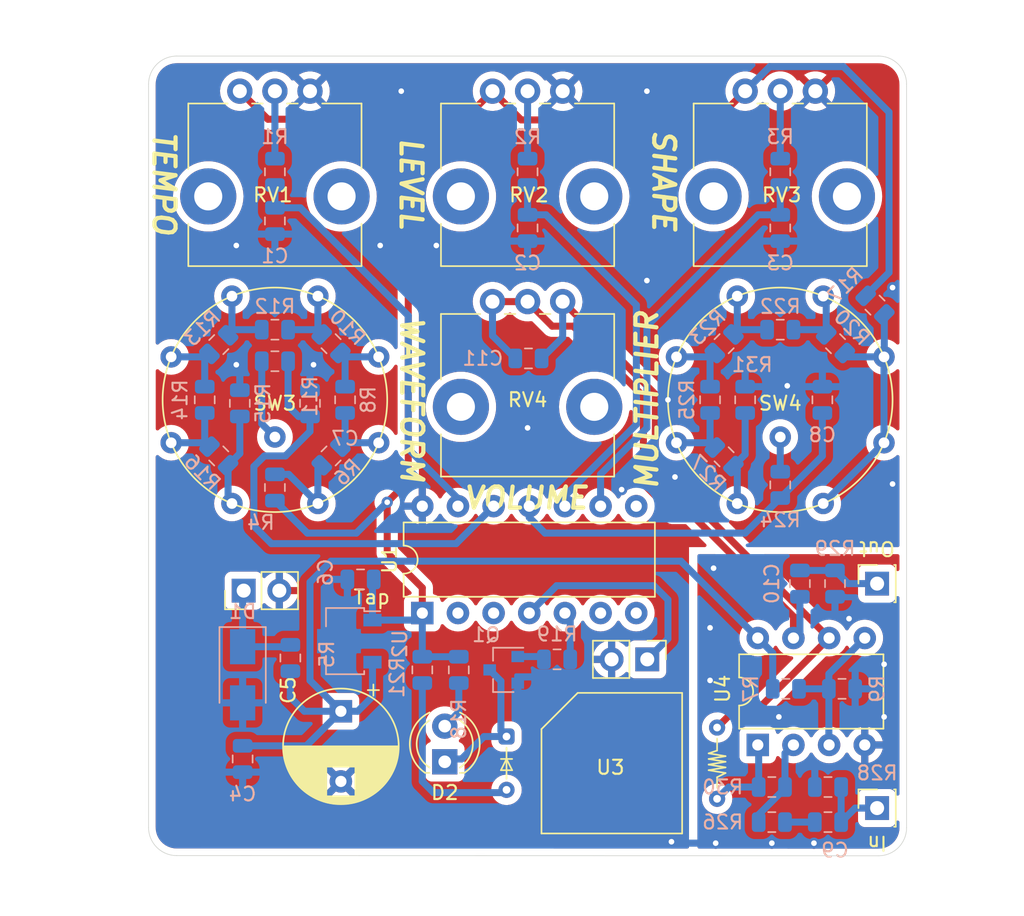
<source format=kicad_pcb>
(kicad_pcb (version 20211014) (generator pcbnew)
  (layers (0 "F.Cu" signal) (31 "B.Cu" signal) (34 "B.Paste" user) (35 "F.Paste" user) (36 "B.SilkS" user "B.Silkscreen") (37 "F.SilkS" user "F.Silkscreen") (38 "B.Mask" user) (39 "F.Mask" user) (44 "Edge.Cuts" user))
  (net 0 "")
  (net 1 "GND")
  (net 2 "/tempo")
  (net 3 "/level")
  (net 4 "/distort")
  (net 5 "+9V")
  (net 6 "+5V")
  (net 7 "/waveform")
  (net 8 "/multiplier")
  (net 9 "/sig_in")
  (net 10 "Net-(C9-Pad1)")
  (net 11 "Net-(C10-Pad2)")
  (net 12 "/sig_out")
  (net 13 "Net-(C11-Pad1)")
  (net 14 "/VIN")
  (net 15 "Net-(D2-Pad2)")
  (net 16 "Net-(D2-Pad1)")
  (net 17 "Net-(R1-Pad1)")
  (net 18 "Net-(R2-Pad1)")
  (net 19 "Net-(R3-Pad1)")
  (net 20 "Net-(R4-Pad2)")
  (net 21 "Net-(R6-Pad2)")
  (net 22 "/+4V5")
  (net 23 "Net-(R10-Pad1)")
  (net 24 "Net-(R10-Pad2)")
  (net 25 "Net-(R11-Pad1)")
  (net 26 "Net-(R12-Pad2)")
  (net 27 "Net-(R13-Pad2)")
  (net 28 "Net-(R14-Pad1)")
  (net 29 "Net-(R15-Pad1)")
  (net 30 "Net-(R17-Pad2)")
  (net 31 "/lfo_pwm")
  (net 32 "Net-(R20-Pad2)")
  (net 33 "Net-(R21-Pad2)")
  (net 34 "Net-(R22-Pad2)")
  (net 35 "Net-(R23-Pad2)")
  (net 36 "Net-(R24-Pad1)")
  (net 37 "Net-(R25-Pad2)")
  (net 38 "Net-(R26-Pad1)")
  (net 39 "Net-(R27-Pad2)")
  (net 40 "Net-(R30-Pad1)")
  (net 41 "/tap_in")
  (net 42 "/smoothing")
  (net 43 "/wave_set")
  (net 44 "Net-(Q1-Pad1)")
  (footprint "Potentiometer_THT:Potentiometer_Alps_RK09L_Single_Vertical" (layer "F.Cu") (at 72 83 -90)
    (fp_text reference "RV1")
    (fp_text value "10k B")
  )
  (footprint "Potentiometer_THT:Potentiometer_Alps_RK09L_Single_Vertical" (layer "F.Cu") (at 90 83 -90)
    (fp_text reference "RV2")
    (fp_text value "10k B")
  )
  (footprint "Rotary8:RotaryEncoder_Adafruit_Mini_8" (layer "F.Cu") (at 74.5 105 -90)
    (fp_text reference "SW3")
    (fp_text value "SW_Rotary8")
  )
  (footprint "Potentiometer_THT:Potentiometer_Alps_RK09L_Single_Vertical" (layer "F.Cu") (at 90 98 -90)
    (fp_text reference "RV4")
    (fp_text value "100k A")
  )
  (footprint "Rotary8:RotaryEncoder_Adafruit_Mini_8" (layer "F.Cu") (at 110.5 105 -90)
    (fp_text reference "SW4")
    (fp_text value "SW_Rotary8")
  )
  (footprint "Potentiometer_THT:Potentiometer_Alps_RK09L_Single_Vertical" (layer "F.Cu") (at 108 83 -90)
    (fp_text reference "RV3")
    (fp_text value "10k B")
  )
  (footprint "OptoDevice:PerkinElmer_VTL5C" (layer "F.Cu") (at 91 129)
    (fp_text reference "U3")
    (fp_text value "VTL5C")
  )
  (footprint "LED_THT:LED_D4.0mm" (layer "F.Cu") (at 86.6 130.8 90)
    (fp_text reference "D2")
    (fp_text value "LFO_VIS")
  )
  (footprint "Package_DIP:DIP-8_W7.62mm" (layer "F.Cu") (at 108.9 129.6 90)
    (fp_text reference "U4")
    (fp_text value "TL072")
  )
  (footprint "Connector_PinHeader_2.54mm:PinHeader_1x02_P2.54mm_Vertical" (layer "F.Cu") (at 72.275 118.6 90)
    (fp_text reference "J1" hide)
    (fp_text value "Jack-DC")
  )
  (footprint "Capacitor_THT:CP_Radial_D8.0mm_P5.00mm" (layer "F.Cu") (at 79.2 127.2 -90)
    (fp_text reference "C5")
    (fp_text value "470u")
  )
  (footprint "Package_DIP:DIP-14_W7.62mm" (layer "F.Cu") (at 85 120.2 90)
    (fp_text reference "U1")
    (fp_text value "TAPLFO3")
  )
  (footprint "Connector_PinSocket_2.54mm:PinSocket_1x01_P2.54mm_Vertical" (layer "F.Cu") (at 117.4 134.1 90)
    (fp_text reference "J4" hide)
    (fp_text value "Conn_01x01_Female")
  )
  (footprint "Connector_PinHeader_2.54mm:PinHeader_1x02_P2.54mm_Vertical" (layer "F.Cu") (at 101.025 123.5 -90)
    (fp_text reference "SW1" hide)
    (fp_text value "SW_Push")
  )
  (footprint "Connector_PinSocket_2.54mm:PinSocket_1x01_P2.54mm_Vertical" (layer "F.Cu") (at 117.4 118.1 90)
    (fp_text reference "J5" hide)
    (fp_text value "Conn_01x01_Female")
  )
  (footprint "Capacitor_SMD:C_0805_2012Metric" (layer "B.Cu") (at 74.5 92.25 -90)
    (fp_text reference "C1")
    (fp_text value "100n")
  )
  (footprint "Capacitor_SMD:C_0805_2012Metric" (layer "B.Cu") (at 110.5 92.75 -90)
    (fp_text reference "C3")
    (fp_text value "100n")
  )
  (footprint "Capacitor_SMD:C_0805_2012Metric" (layer "B.Cu") (at 111.9 118.1 -90)
    (fp_text reference "C10")
    (fp_text value "1u")
  )
  (footprint "Resistor_SMD:R_0805_2012Metric" (layer "B.Cu") (at 74.5 88.75 -90)
    (fp_text reference "R1")
    (fp_text value "1k")
  )
  (footprint "Resistor_SMD:R_0805_2012Metric" (layer "B.Cu") (at 110.5 88.75 -90)
    (fp_text reference "R3")
    (fp_text value "1k")
  )
  (footprint "Resistor_SMD:R_0805_2012Metric" (layer "B.Cu") (at 74.5 111.25 90)
    (fp_text reference "R4")
    (fp_text value "4.7k")
  )
  (footprint "Resistor_SMD:R_0805_2012Metric" (layer "B.Cu") (at 74.5 102.25)
    (fp_text reference "R11")
    (fp_text value "1k")
  )
  (footprint "Resistor_SMD:R_0805_2012Metric" (layer "B.Cu") (at 74.5 100 180)
    (fp_text reference "R12")
    (fp_text value "10k")
  )
  (footprint "Resistor_SMD:R_0805_2012Metric" (layer "B.Cu") (at 70.5 101.0625 -135)
    (fp_text reference "R13")
    (fp_text value "10k")
  )
  (footprint "Resistor_SMD:R_0805_2012Metric" (layer "B.Cu") (at 69.5 105 90)
    (fp_text reference "R14")
    (fp_text value "10k")
  )
  (footprint "Resistor_SMD:R_0805_2012Metric" (layer "B.Cu") (at 72 105.25 90)
    (fp_text reference "R15")
    (fp_text value "4.7k")
  )
  (footprint "Resistor_SMD:R_0805_2012Metric" (layer "B.Cu") (at 70.5 109 -45)
    (fp_text reference "R16")
    (fp_text value "10k")
  )
  (footprint "Resistor_SMD:R_0805_2012Metric" (layer "B.Cu") (at 94.6 123.5)
    (fp_text reference "R19")
    (fp_text value "10k")
  )
  (footprint "Resistor_SMD:R_0805_2012Metric" (layer "B.Cu") (at 109.9 135.1)
    (fp_text reference "R26")
    (fp_text value "220k")
  )
  (footprint "Resistor_SMD:R_0805_2012Metric" (layer "B.Cu") (at 109.9 132.6)
    (fp_text reference "R30")
    (fp_text value "220k")
  )
  (footprint "Resistor_SMD:R_0805_2012Metric" (layer "B.Cu") (at 78.5 109 45)
    (fp_text reference "R6")
    (fp_text value "10k")
  )
  (footprint "Resistor_SMD:R_0805_2012Metric" (layer "B.Cu") (at 78.5 101 135)
    (fp_text reference "R10")
    (fp_text value "10k")
  )
  (footprint "Resistor_SMD:R_0805_2012Metric" (layer "B.Cu") (at 79.5 105 90)
    (fp_text reference "R8")
    (fp_text value "10k")
  )
  (footprint "Resistor_SMD:R_0805_2012Metric" (layer "B.Cu") (at 92.5 88.75 -90)
    (fp_text reference "R2")
    (fp_text value "1k")
  )
  (footprint "Capacitor_SMD:C_0805_2012Metric" (layer "B.Cu") (at 92.5 92.75 -90)
    (fp_text reference "C2")
    (fp_text value "100n")
  )
  (footprint "Resistor_SMD:R_0805_2012Metric" (layer "B.Cu") (at 113.9 132.6 180)
    (fp_text reference "R28")
    (fp_text value "1M")
  )
  (footprint "Capacitor_SMD:C_0805_2012Metric" (layer "B.Cu") (at 113.9 135.1)
    (fp_text reference "C9")
    (fp_text value "1u")
  )
  (footprint "Capacitor_SMD:C_0805_2012Metric" (layer "B.Cu") (at 92.56164 102.04921 180)
    (fp_text reference "C11")
    (fp_text value "22p")
  )
  (footprint "Resistor_SMD:R_0805_2012Metric" (layer "B.Cu") (at 114.4375 101 135)
    (fp_text reference "R20")
    (fp_text value "10k")
  )
  (footprint "Resistor_SMD:R_0805_2012Metric" (layer "B.Cu") (at 106.5 101 -135)
    (fp_text reference "R23")
    (fp_text value "10k")
  )
  (footprint "Resistor_SMD:R_0805_2012Metric" (layer "B.Cu") (at 117.25 98.25 -45)
    (fp_text reference "R17")
    (fp_text value "25k")
  )
  (footprint "Resistor_SMD:R_0805_2012Metric" (layer "B.Cu") (at 110.5 100 180)
    (fp_text reference "R22")
    (fp_text value "10k")
  )
  (footprint "Resistor_SMD:R_0805_2012Metric" (layer "B.Cu") (at 110.5 111.0625 -90)
    (fp_text reference "R24")
    (fp_text value "1k")
  )
  (footprint "Resistor_SMD:R_0805_2012Metric" (layer "B.Cu") (at 106.5 109.0625 -45)
    (fp_text reference "R27")
    (fp_text value "10k")
  )
  (footprint "Resistor_SMD:R_0805_2012Metric" (layer "B.Cu") (at 105.5 105 -90)
    (fp_text reference "R25")
    (fp_text value "10k")
  )
  (footprint "Resistor_SMD:R_0805_2012Metric" (layer "B.Cu") (at 114.9 125.6)
    (fp_text reference "R9")
    (fp_text value "100k")
  )
  (footprint "Resistor_SMD:R_0805_2012Metric" (layer "B.Cu") (at 87.6 124.25 -90)
    (fp_text reference "R18")
    (fp_text value "180")
  )
  (footprint "Resistor_SMD:R_0805_2012Metric" (layer "B.Cu") (at 108 105 -90)
    (fp_text reference "R31")
    (fp_text value "4.7k")
  )
  (footprint "Resistor_SMD:R_0805_2012Metric" (layer "B.Cu") (at 110.9 125.6)
    (fp_text reference "R7")
    (fp_text value "100k")
  )
  (footprint "Package_TO_SOT_SMD:SOT-23" (layer "B.Cu") (at 90.8 124.25 180)
    (fp_text reference "Q1")
    (fp_text value "MMBT3904")
  )
  (footprint "Resistor_SMD:R_0805_2012Metric" (layer "B.Cu") (at 85 124.25 -90)
    (fp_text reference "R21")
    (fp_text value "180")
  )
  (footprint "Resistor_SMD:R_0805_2012Metric" (layer "B.Cu") (at 114.4 118.1 -90)
    (fp_text reference "R29")
    (fp_text value "1M")
  )
  (footprint "Capacitor_SMD:C_0805_2012Metric" (layer "B.Cu") (at 72.2 130.6 -90)
    (fp_text reference "C4")
    (fp_text value "100n")
  )
  (footprint "Capacitor_SMD:C_0805_2012Metric" (layer "B.Cu") (at 80.6 117.8 180)
    (fp_text reference "C6")
    (fp_text value "100n")
  )
  (footprint "Package_TO_SOT_SMD:SOT-89-3" (layer "B.Cu") (at 79.8 122.2 180)
    (fp_text reference "U2")
    (fp_text value "L78L05_SOT89")
  )
  (footprint "Diode_SMD:D_SMA" (layer "B.Cu") (at 72.2 124.6 -90)
    (fp_text reference "D1")
    (fp_text value "US1B")
  )
  (footprint "Resistor_SMD:R_0805_2012Metric" (layer "B.Cu") (at 75.6 123.4 90)
    (fp_text reference "R5")
    (fp_text value "0")
  )
  (footprint "Capacitor_SMD:C_0805_2012Metric" (layer "B.Cu") (at 113.5 105 90)
    (fp_text reference "C8")
    (fp_text value "100n")
  )
  (footprint "Capacitor_SMD:C_0805_2012Metric" (layer "B.Cu") (at 77 105.25 90)
    (fp_text reference "C7")
    (fp_text value "100n")
  )
  (gr_line (start 65.5 135.485786) (end 65.5 82.5) (layer "Edge.Cuts") (width 0.05))
  (gr_arc (start 117.5 80.5) (mid 118.914214 81.085786) (end 119.5 82.5) (layer "Edge.Cuts") (width 0.05))
  (gr_arc (start 119.5 135.5) (mid 118.914214 136.914214) (end 117.5 137.5) (layer "Edge.Cuts") (width 0.05))
  (gr_arc (start 67.5 137.485786) (mid 66.085786 136.9) (end 65.5 135.485786) (layer "Edge.Cuts") (width 0.05))
  (gr_arc (start 65.5 82.5) (mid 66.085786 81.085786) (end 67.5 80.5) (layer "Edge.Cuts") (width 0.05))
  (gr_line (start 67.5 80.5) (end 117.5 80.5) (layer "Edge.Cuts") (width 0.05))
  (gr_line (start 117.5 137.5) (end 67.5 137.485786) (layer "Edge.Cuts") (width 0.05))
  (gr_line (start 119.5 82.5) (end 119.5 135.5) (layer "Edge.Cuts") (width 0.05))
  (gr_text "VOLUME" (at 92.4 112) (layer "F.SilkS") (effects (font (size 1.5 1.5) (thickness 0.3) italic)))
  (gr_text "WAVEFORM" (at 84.25 105 270) (layer "F.SilkS") (effects (font (size 1.5 1.5) (thickness 0.3) italic)))
  (gr_text "Out" (at 117.4 115.6 180) (layer "F.SilkS") (effects (font (size 1 1))))
  (gr_text "TEMPO" (at 66.6 89.6 270) (layer "F.SilkS") (effects (font (size 1.5 1.5) (thickness 0.3) italic)))
  (gr_text "SHAPE" (at 102.2 89.4 270) (layer "F.SilkS") (effects (font (size 1.5 1.5) (thickness 0.3) italic)))
  (gr_text "LEVEL" (at 84.2 89.6 270) (layer "F.SilkS") (effects (font (size 1.5 1.5) (thickness 0.3) italic)))
  (gr_text "Tap" (at 81.4 119.0625) (layer "F.SilkS") (effects (font (size 1 1))))
  (gr_text "In" (at 117.4 136.6 180) (layer "F.SilkS") (effects (font (size 1 1))))
  (gr_text "MULTIPLIER" (at 101 105 90) (layer "F.SilkS") (effects (font (size 1.5 1.5) (thickness 0.3) italic)))
  (segment (start 109.94 136.64) (end 109.9 136.6) (width 0.5) (layer "F.Cu") (net 1))
  (via (at 102.75 136.5) (size 0.8) (drill 0.4) (layers "F.Cu" "B.Cu") (net 1))
  (via (at 77.25 102.5) (size 0.8) (drill 0.4) (layers "F.Cu" "B.Cu") (net 1))
  (via (at 105.75 117) (size 0.8) (drill 0.4) (layers "F.Cu" "B.Cu") (net 1))
  (via (at 105.5 125) (size 0.8) (drill 0.4) (layers "F.Cu" "B.Cu") (net 1))
  (via (at 99.2 111.4) (size 0.8) (drill 0.4) (layers "F.Cu" "B.Cu") (net 1))
  (via (at 101 96.5) (size 0.8) (drill 0.4) (layers "F.Cu" "B.Cu") (net 1))
  (via (at 109.9 136.6) (size 0.8) (drill 0.4) (layers "F.Cu" "B.Cu") (net 1))
  (via (at 101 83) (size 0.8) (drill 0.4) (layers "F.Cu" "B.Cu") (net 1))
  (via (at 117.9 127.6) (size 0.8) (drill 0.4) (layers "F.Cu" "B.Cu") (net 1))
  (via (at 105.5 121.25) (size 0.8) (drill 0.4) (layers "F.Cu" "B.Cu") (net 1))
  (via (at 110.4 127.6) (size 0.8) (drill 0.4) (layers "F.Cu" "B.Cu") (net 1))
  (via (at 112.9 136.6) (size 0.8) (drill 0.4) (layers "F.Cu" "B.Cu") (net 1))
  (via (at 71.75 102.5) (size 0.8) (drill 0.4) (layers "F.Cu" "B.Cu") (net 1))
  (via (at 118.5 111) (size 0.8) (drill 0.4) (layers "F.Cu" "B.Cu") (net 1))
  (via (at 111 104) (size 0.8) (drill 0.4) (layers "F.Cu" "B.Cu") (net 1))
  (via (at 83.5 83) (size 0.8) (drill 0.4) (layers "F.Cu" "B.Cu") (net 1))
  (via (at 102.5 105) (size 0.8) (drill 0.4) (layers "F.Cu" "B.Cu") (net 1))
  (via (at 82 94) (size 0.8) (drill 0.4) (layers "F.Cu" "B.Cu") (net 1))
  (via (at 115.4 120.6) (size 0.8) (drill 0.4) (layers "F.Cu" "B.Cu") (net 1))
  (via (at 105.9 136.6) (size 0.8) (drill 0.4) (layers "F.Cu" "B.Cu") (net 1))
  (via (at 103 110.5) (size 0.8) (drill 0.4) (layers "F.Cu" "B.Cu") (net 1))
  (via (at 71.75 94) (size 0.8) (drill 0.4) (layers "F.Cu" "B.Cu") (net 1))
  (via (at 92.5 107) (size 0.8) (drill 0.4) (layers "F.Cu" "B.Cu") (net 1))
  (via (at 117.9 123.85) (size 0.8) (drill 0.4) (layers "F.Cu" "B.Cu") (net 1))
  (via (at 86 94) (size 0.8) (drill 0.4) (layers "F.Cu" "B.Cu") (net 1))
  (via (at 118.5 97) (size 0.8) (drill 0.4) (layers "F.Cu" "B.Cu") (net 1))
  (segment (start 102.85 136.6) (end 102.75 136.5) (width 0.5) (layer "B.Cu") (net 1))
  (segment (start 105.9 136.6) (end 102.85 136.6) (width 0.5) (layer "B.Cu") (net 1))
  (segment (start 76.3125 91.3125) (end 84 99) (width 0.5) (layer "B.Cu") (net 2))
  (segment (start 74.5 91.3125) (end 76.3125 91.3125) (width 0.5) (layer "B.Cu") (net 2))
  (segment (start 84 108.5) (end 87.54 112.04) (width 0.5) (layer "B.Cu") (net 2))
  (segment (start 87.54 112.04) (end 87.54 112.58) (width 0.5) (layer "B.Cu") (net 2))
  (segment (start 84 99) (end 84 108.5) (width 0.5) (layer "B.Cu") (net 2))
  (segment (start 74.5 89.6875) (end 74.5 91.3125) (width 0.5) (layer "B.Cu") (net 2))
  (segment (start 93.8125 91.8125) (end 92.5 91.8125) (width 0.5) (layer "B.Cu") (net 3))
  (segment (start 92.5 91.8125) (end 92.5 89.6875) (width 0.5) (layer "B.Cu") (net 3))
  (segment (start 95.16 111.850036) (end 100.25 106.760036) (width 0.5) (layer "B.Cu") (net 3))
  (segment (start 100.25 98.25) (end 93.8125 91.8125) (width 0.5) (layer "B.Cu") (net 3))
  (segment (start 95.16 112.58) (end 95.16 111.850036) (width 0.5) (layer "B.Cu") (net 3))
  (segment (start 100.25 106.760036) (end 100.25 98.25) (width 0.5) (layer "B.Cu") (net 3))
  (segment (start 101 107) (end 97.7 110.3) (width 0.5) (layer "B.Cu") (net 4))
  (segment (start 108.9375 91.8125) (end 101 99.75) (width 0.5) (layer "B.Cu") (net 4))
  (segment (start 101 99.75) (end 101 107) (width 0.5) (layer "B.Cu") (net 4))
  (segment (start 110.5 89.6875) (end 110.5 91.8125) (width 0.5) (layer "B.Cu") (net 4))
  (segment (start 97.7 110.3) (end 97.7 112.58) (width 0.5) (layer "B.Cu") (net 4))
  (segment (start 110.5 91.8125) (end 108.9375 91.8125) (width 0.5) (layer "B.Cu") (net 4))
  (segment (start 81.45 123.7) (end 81.45 126.15) (width 0.5) (layer "B.Cu") (net 5))
  (segment (start 78.5 116.5) (end 77 118) (width 0.5) (layer "B.Cu") (net 5))
  (segment (start 77 118) (end 77 125) (width 0.5) (layer "B.Cu") (net 5))
  (segment (start 81.45 126.15) (end 80.4 127.2) (width 0.5) (layer "B.Cu") (net 5))
  (segment (start 75.6 124.3375) (end 75.6 126.2) (width 0.5) (layer "B.Cu") (net 5))
  (segment (start 76.7375 129.6625) (end 79.2 127.2) (width 0.5) (layer "B.Cu") (net 5))
  (segment (start 76.6 127.2) (end 79.2 127.2) (width 0.5) (layer "B.Cu") (net 5))
  (segment (start 72.2 129.6625) (end 76.7375 129.6625) (width 0.5) (layer "B.Cu") (net 5))
  (segment (start 103.42 116.5) (end 78.5 116.5) (width 0.5) (layer "B.Cu") (net 5))
  (segment (start 80.4 127.2) (end 79.2 127.2) (width 0.5) (layer "B.Cu") (net 5))
  (segment (start 109.9625 123.0425) (end 108.9 121.98) (width 0.5) (layer "B.Cu") (net 5))
  (segment (start 109.9625 125.6) (end 109.9625 123.0425) (width 0.5) (layer "B.Cu") (net 5))
  (segment (start 75.6 126.2) (end 76.6 127.2) (width 0.5) (layer "B.Cu") (net 5))
  (segment (start 108.9 121.98) (end 103.42 116.5) (width 0.5) (layer "B.Cu") (net 5))
  (segment (start 77 125) (end 79.2 127.2) (width 0.5) (layer "B.Cu") (net 5))
  (segment (start 88 85) (end 90 83) (width 0.5) (layer "F.Cu") (net 6))
  (segment (start 82.5 112.3) (end 82.5 115.9) (width 0.5) (layer "F.Cu") (net 6))
  (segment (start 84 89) (end 88 85) (width 0.5) (layer "F.Cu") (net 6))
  (segment (start 85 118.4) (end 85 120.2) (width 0.5) (layer "F.Cu") (net 6))
  (segment (start 84 110.8) (end 84 89) (width 0.5) (layer "F.Cu") (net 6))
  (segment (start 105.949999 85.050001) (end 108 83) (width 0.5) (layer "F.Cu") (net 6))
  (segment (start 72 83) (end 74 85) (width 0.5) (layer "F.Cu") (net 6))
  (segment (start 74 85) (end 88 85) (width 0.5) (layer "F.Cu") (net 6))
  (segment (start 90 83) (end 92.050001 85.050001) (width 0.5) (layer "F.Cu") (net 6))
  (segment (start 82.5 115.9) (end 85 118.4) (width 0.5) (layer "F.Cu") (net 6))
  (segment (start 82.5 112.3) (end 84 110.8) (width 0.5) (layer "F.Cu") (net 6))
  (segment (start 92.050001 85.050001) (end 105.949999 85.050001) (width 0.5) (layer "F.Cu") (net 6))
  (via (at 82.5 112.3) (size 0.8) (drill 0.4) (layers "F.Cu" "B.Cu") (net 6))
  (segment (start 81.45 120.7) (end 81.45 117.8875) (width 0.5) (layer "B.Cu") (net 6))
  (segment (start 76.8125 114.5) (end 74.5 112.1875) (width 0.5) (layer "B.Cu") (net 6))
  (segment (start 115 81.25) (end 109.75 81.25) (width 0.5) (layer "B.Cu") (net 6))
  (segment (start 109.75 81.25) (end 108 83) (width 0.5) (layer "B.Cu") (net 6))
  (segment (start 85 123.3125) (end 85 120.2) (width 0.5) (layer "B.Cu") (net 6))
  (segment (start 80.3 114.5) (end 76.8125 114.5) (width 0.5) (layer "B.Cu") (net 6))
  (segment (start 118.25 95.924174) (end 118.25 84.5) (width 0.5) (layer "B.Cu") (net 6))
  (segment (start 118.25 84.5) (end 115 81.25) (width 0.5) (layer "B.Cu") (net 6))
  (segment (start 81.45 120.7) (end 84.5 120.7) (width 0.5) (layer "B.Cu") (net 6))
  (segment (start 81.45 117.8875) (end 81.5375 117.8) (width 0.5) (layer "B.Cu") (net 6))
  (segment (start 116.587087 97.587087) (end 118.25 95.924174) (width 0.5) (layer "B.Cu") (net 6))
  (segment (start 82.5 112.3) (end 80.3 114.5) (width 0.5) (layer "B.Cu") (net 6))
  (segment (start 84.5 120.7) (end 85 120.2) (width 0.5) (layer "B.Cu") (net 6))
  (segment (start 87.6 123.3125) (end 85 123.3125) (width 0.5) (layer "B.Cu") (net 6))
  (segment (start 73 109.75) (end 73.75 109) (width 0.5) (layer "B.Cu") (net 7))
  (segment (start 77 106.1875) (end 76.1875 106.1875) (width 0.5) (layer "B.Cu") (net 7))
  (segment (start 77 107.25) (end 77 106.1875) (width 0.5) (layer "B.Cu") (net 7))
  (segment (start 73 114) (end 73 109.75) (width 0.5) (layer "B.Cu") (net 7))
  (segment (start 90.08 112.58) (end 87.41 115.25) (width 0.5) (layer "B.Cu") (net 7))
  (segment (start 75.25 109) (end 77 107.25) (width 0.5) (layer "B.Cu") (net 7))
  (segment (start 75.4375 105.4375) (end 75.4375 102.25) (width 0.5) (layer "B.Cu") (net 7))
  (segment (start 73.75 109) (end 75.25 109) (width 0.5) (layer "B.Cu") (net 7))
  (segment (start 76.1875 106.1875) (end 75.4375 105.4375) (width 0.5) (layer "B.Cu") (net 7))
  (segment (start 87.41 115.25) (end 74.25 115.25) (width 0.5) (layer "B.Cu") (net 7))
  (segment (start 74.25 115.25) (end 73 114) (width 0.5) (layer "B.Cu") (net 7))
  (segment (start 93.74 114.5) (end 92.62 113.38) (width 0.5) (layer "B.Cu") (net 8))
  (segment (start 92.62 113.38) (end 92.62 112.58) (width 0.5) (layer "B.Cu") (net 8))
  (segment (start 108 114.5) (end 93.74 114.5) (width 0.5) (layer "B.Cu") (net 8))
  (segment (start 113.5 105.9375) (end 113.5 109) (width 0.5) (layer "B.Cu") (net 8))
  (segment (start 113.5 109) (end 110.5 112) (width 0.5) (layer "B.Cu") (net 8))
  (segment (start 110.5 112) (end 108 114.5) (width 0.5) (layer "B.Cu") (net 8))
  (segment (start 115.8375 134.1) (end 114.8375 135.1) (width 0.5) (layer "B.Cu") (net 9))
  (segment (start 114.9 135.1625) (end 114.8375 135.1) (width 0.5) (layer "B.Cu") (net 9))
  (segment (start 117.4 134.1) (end 115.8375 134.1) (width 0.5) (layer "B.Cu") (net 9))
  (segment (start 114.8375 132.6) (end 114.8375 135.1) (width 0.5) (layer "B.Cu") (net 9))
  (segment (start 110.8375 135.1) (end 112.9625 135.1) (width 0.5) (layer "B.Cu") (net 10))
  (segment (start 111.44 120.44) (end 111.44 121.98) (width 0.5) (layer "F.Cu") (net 11))
  (segment (start 94.25 99.75) (end 95.75 99.75) (width 0.5) (layer "F.Cu") (net 11))
  (segment (start 100.75 104.75) (end 100.75 110.98995) (width 0.5) (layer "F.Cu") (net 11))
  (segment (start 95.75 99.75) (end 100.75 104.75) (width 0.5) (layer "F.Cu") (net 11))
  (segment (start 92.5 98) (end 94.25 99.75) (width 0.5) (layer "F.Cu") (net 11))
  (segment (start 102.86005 113.1) (end 104.1 113.1) (width 0.5) (layer "F.Cu") (net 11))
  (segment (start 104.1 113.1) (end 111.44 120.44) (width 0.5) (layer "F.Cu") (net 11))
  (segment (start 92.5 98) (end 90 98) (width 0.5) (layer "F.Cu") (net 11))
  (segment (start 100.75 110.98995) (end 102.86005 113.1) (width 0.5) (layer "F.Cu") (net 11))
  (segment (start 111.9 119.0375) (end 111.9 121.52) (width 0.5) (layer "B.Cu") (net 11))
  (segment (start 90 98) (end 90 100.42507) (width 0.5) (layer "B.Cu") (net 11))
  (segment (start 111.9 121.52) (end 111.44 121.98) (width 0.5) (layer "B.Cu") (net 11))
  (segment (start 90 100.42507) (end 91.62414 102.04921) (width 0.5) (layer "B.Cu") (net 11))
  (segment (start 115.3375 118.1) (end 114.4 117.1625) (width 0.5) (layer "B.Cu") (net 12))
  (segment (start 114.4 117.1625) (end 111.9 117.1625) (width 0.5) (layer "B.Cu") (net 12))
  (segment (start 117.4 118.1) (end 115.3375 118.1) (width 0.5) (layer "B.Cu") (net 12))
  (segment (start 101.6 110.6) (end 103.4 112.4) (width 0.5) (layer "F.Cu") (net 13))
  (segment (start 101.6 104.6) (end 101.6 110.6) (width 0.5) (layer "F.Cu") (net 13))
  (segment (start 103.4 112.4) (end 104.4 112.4) (width 0.5) (layer "F.Cu") (net 13))
  (segment (start 109 126.96) (end 113.98 121.98) (width 0.5) (layer "F.Cu") (net 13))
  (segment (start 107.4 126.96) (end 109 126.96) (width 0.5) (layer "F.Cu") (net 13))
  (segment (start 95 98) (end 101.6 104.6) (width 0.5) (layer "F.Cu") (net 13))
  (segment (start 106 128.36) (end 107.4 126.96) (width 0.5) (layer "F.Cu") (net 13))
  (segment (start 104.4 112.4) (end 113.98 121.98) (width 0.5) (layer "F.Cu") (net 13))
  (segment (start 95 98) (end 95 100.54835) (width 0.5) (layer "B.Cu") (net 13))
  (segment (start 95 100.54835) (end 93.49914 102.04921) (width 0.5) (layer "B.Cu") (net 13))
  (segment (start 72.2 118.675) (end 72.275 118.6) (width 0.5) (layer "B.Cu") (net 14))
  (segment (start 72.2 122.6) (end 75.4625 122.6) (width 0.5) (layer "B.Cu") (net 14))
  (segment (start 75.4625 122.6) (end 75.6 122.4625) (width 0.5) (layer "B.Cu") (net 14))
  (segment (start 72.2 122.6) (end 72.2 118.675) (width 0.5) (layer "B.Cu") (net 14))
  (segment (start 87.6 127.26) (end 86.6 128.26) (width 0.5) (layer "B.Cu") (net 15))
  (segment (start 87.6 125.1875) (end 87.6 127.26) (width 0.5) (layer "B.Cu") (net 15))
  (segment (start 87.8 130.6) (end 86.8 130.6) (width 0.5) (layer "B.Cu") (net 16))
  (segment (start 90.6 125.05) (end 90.6 128.6) (width 0.5) (layer "B.Cu") (net 16))
  (segment (start 89.8 124.25) (end 90.6 125.05) (width 0.5) (layer "B.Cu") (net 16))
  (segment (start 89.4 129) (end 87.8 130.6) (width 0.5) (layer "B.Cu") (net 16))
  (segment (start 86.8 130.6) (end 86.6 130.8) (width 0.5) (layer "B.Cu") (net 16))
  (segment (start 90.6 128.6) (end 91 129) (width 0.5) (layer "B.Cu") (net 16))
  (segment (start 91 129) (end 89.4 129) (width 0.5) (layer "B.Cu") (net 16))
  (segment (start 74.5 87.8125) (end 74.5 83) (width 0.5) (layer "B.Cu") (net 17))
  (segment (start 92.5 87.8125) (end 92.5 83) (width 0.5) (layer "B.Cu") (net 18))
  (segment (start 110.5 87.8125) (end 110.5 83) (width 0.5) (layer "B.Cu") (net 19))
  (segment (start 77.561467 109.938533) (end 77.837087 109.662913) (width 0.5) (layer "B.Cu") (net 20))
  (segment (start 77.561467 112.391036) (end 77.561467 109.938533) (width 0.5) (layer "B.Cu") (net 20))
  (segment (start 74.5 110.3125) (end 75.482931 110.3125) (width 0.5) (layer "B.Cu") (net 20))
  (segment (start 75.482931 110.3125) (end 77.561467 112.391036) (width 0.5) (layer "B.Cu") (net 20))
  (segment (start 79.5 105.9375) (end 79.5 108) (width 0.5) (layer "B.Cu") (net 21))
  (segment (start 81.891036 108.061467) (end 79.438533 108.061467) (width 0.5) (layer "B.Cu") (net 21))
  (segment (start 79.5 108) (end 79.162913 108.337087) (width 0.5) (layer "B.Cu") (net 21))
  (segment (start 79.438533 108.061467) (end 79.162913 108.337087) (width 0.5) (layer "B.Cu") (net 21))
  (segment (start 113.9625 129.5825) (end 113.98 129.6) (width 0.5) (layer "B.Cu") (net 22))
  (segment (start 113.9625 125.6) (end 111.8375 125.6) (width 0.5) (layer "B.Cu") (net 22))
  (segment (start 113.9625 125.6) (end 113.9625 124.5375) (width 0.5) (layer "B.Cu") (net 22))
  (segment (start 113.9625 125.6) (end 113.9625 129.5825) (width 0.5) (layer "B.Cu") (net 22))
  (segment (start 113.9625 124.5375) (end 116.52 121.98) (width 0.5) (layer "B.Cu") (net 22))
  (segment (start 79.438533 101.938533) (end 79.162913 101.662913) (width 0.5) (layer "B.Cu") (net 23))
  (segment (start 79.5 104.0625) (end 79.5 102) (width 0.5) (layer "B.Cu") (net 23))
  (segment (start 81.891036 101.938533) (end 79.438533 101.938533) (width 0.5) (layer "B.Cu") (net 23))
  (segment (start 79.5 102) (end 79.162913 101.662913) (width 0.5) (layer "B.Cu") (net 23))
  (segment (start 75.4375 100) (end 77.5 100) (width 0.5) (layer "B.Cu") (net 24))
  (segment (start 77.5 100) (end 77.837087 100.337087) (width 0.5) (layer "B.Cu") (net 24))
  (segment (start 77.561467 100.061467) (end 77.837087 100.337087) (width 0.5) (layer "B.Cu") (net 24))
  (segment (start 77.561467 97.608964) (end 77.561467 100.061467) (width 0.5) (layer "B.Cu") (net 24))
  (segment (start 73.5625 102.25) (end 73.5625 106.7125) (width 0.5) (layer "B.Cu") (net 25))
  (segment (start 73.5625 106.7125) (end 74.5 107.65) (width 0.5) (layer "B.Cu") (net 25))
  (segment (start 71.438533 97.608964) (end 71.438533 100.123967) (width 0.5) (layer "B.Cu") (net 26))
  (segment (start 73.5625 100) (end 71.5625 100) (width 0.5) (layer "B.Cu") (net 26))
  (segment (start 71.5625 100) (end 71.162913 100.399587) (width 0.5) (layer "B.Cu") (net 26))
  (segment (start 71.438533 100.123967) (end 71.162913 100.399587) (width 0.5) (layer "B.Cu") (net 26))
  (segment (start 69.5 104.0625) (end 69.5 102.0625) (width 0.5) (layer "B.Cu") (net 27))
  (segment (start 69.5 102.0625) (end 69.837087 101.725413) (width 0.5) (layer "B.Cu") (net 27))
  (segment (start 69.623967 101.938533) (end 69.837087 101.725413) (width 0.5) (layer "B.Cu") (net 27))
  (segment (start 67.108964 101.938533) (end 69.623967 101.938533) (width 0.5) (layer "B.Cu") (net 27))
  (segment (start 67.108964 108.061467) (end 69.561467 108.061467) (width 0.5) (layer "B.Cu") (net 28))
  (segment (start 69.561467 108.061467) (end 69.837087 108.337087) (width 0.5) (layer "B.Cu") (net 28))
  (segment (start 69.5 108) (end 69.837087 108.337087) (width 0.5) (layer "B.Cu") (net 28))
  (segment (start 69.5 105.9375) (end 69.5 108) (width 0.5) (layer "B.Cu") (net 28))
  (segment (start 71.162913 112.115416) (end 71.438533 112.391036) (width 0.5) (layer "B.Cu") (net 29))
  (segment (start 72 108.825826) (end 71.162913 109.662913) (width 0.5) (layer "B.Cu") (net 29))
  (segment (start 72 106.1875) (end 72 108.825826) (width 0.5) (layer "B.Cu") (net 29))
  (segment (start 71.162913 109.662913) (end 71.162913 112.115416) (width 0.5) (layer "B.Cu") (net 29))
  (segment (start 117.891036 101.938533) (end 117.891036 108.061467) (width 0.5) (layer "B.Cu") (net 30))
  (segment (start 115.376033 101.938533) (end 115.100413 101.662913) (width 0.5) (layer "B.Cu") (net 30))
  (segment (start 117.891036 101.938533) (end 115.376033 101.938533) (width 0.5) (layer "B.Cu") (net 30))
  (segment (start 117.891036 108.061467) (end 113.561467 112.391036) (width 0.5) (layer "B.Cu") (net 30))
  (segment (start 117.912913 101.916656) (end 117.891036 101.938533) (width 0.5) (layer "B.Cu") (net 30))
  (segment (start 117.912913 98.912913) (end 117.912913 101.916656) (width 0.5) (layer "B.Cu") (net 30))
  (segment (start 95.5375 123.5) (end 95.5375 120.5775) (width 0.5) (layer "B.Cu") (net 31))
  (segment (start 95.5375 120.5775) (end 95.16 120.2) (width 0.5) (layer "B.Cu") (net 31))
  (segment (start 111.4375 100) (end 113.4375 100) (width 0.5) (layer "B.Cu") (net 32))
  (segment (start 113.4375 100) (end 113.774587 100.337087) (width 0.5) (layer "B.Cu") (net 32))
  (segment (start 113.774587 100.337087) (end 113.774587 97.822084) (width 0.5) (layer "B.Cu") (net 32))
  (segment (start 113.561467 97.608964) (end 113.774587 97.822084) (width 0.5) (layer "B.Cu") (net 32))
  (segment (start 90.8 133) (end 91 132.8) (width 0.5) (layer "B.Cu") (net 33))
  (segment (start 85 125.1875) (end 85 132.2) (width 0.5) (layer "B.Cu") (net 33))
  (segment (start 85.8 133) (end 90.8 133) (width 0.5) (layer "B.Cu") (net 33))
  (segment (start 85 132.2) (end 85.8 133) (width 0.5) (layer "B.Cu") (net 33))
  (segment (start 107.438533 100.061467) (end 107.162913 100.337087) (width 0.5) (layer "B.Cu") (net 34))
  (segment (start 107.438533 97.608964) (end 107.438533 100.061467) (width 0.5) (layer "B.Cu") (net 34))
  (segment (start 109.5625 100) (end 107.5 100) (width 0.5) (layer "B.Cu") (net 34))
  (segment (start 107.5 100) (end 107.162913 100.337087) (width 0.5) (layer "B.Cu") (net 34))
  (segment (start 103.108964 101.938533) (end 105.561467 101.938533) (width 0.5) (layer "B.Cu") (net 35))
  (segment (start 105.561467 101.938533) (end 105.837087 101.662913) (width 0.5) (layer "B.Cu") (net 35))
  (segment (start 105.5 104.0625) (end 105.5 102) (width 0.5) (layer "B.Cu") (net 35))
  (segment (start 105.5 102) (end 105.837087 101.662913) (width 0.5) (layer "B.Cu") (net 35))
  (segment (start 110.5 110.125) (end 110.5 107.65) (width 0.5) (layer "B.Cu") (net 36))
  (segment (start 105.498967 108.061467) (end 105.837087 108.399587) (width 0.5) (layer "B.Cu") (net 37))
  (segment (start 103.108964 108.061467) (end 105.498967 108.061467) (width 0.5) (layer "B.Cu") (net 37))
  (segment (start 105.5 108.0625) (end 105.837087 108.399587) (width 0.5) (layer "B.Cu") (net 37))
  (segment (start 105.5 105.9375) (end 105.5 108.0625) (width 0.5) (layer "B.Cu") (net 37))
  (segment (start 110.8375 132.69375) (end 108.9625 134.56875) (width 0.5) (layer "B.Cu") (net 38))
  (segment (start 110.8375 130.2025) (end 111.44 129.6) (width 0.5) (layer "B.Cu") (net 38))
  (segment (start 110.8375 132.6) (end 110.8375 130.2025) (width 0.5) (layer "B.Cu") (net 38))
  (segment (start 110.8375 132.6) (end 110.8375 132.69375) (width 0.5) (layer "B.Cu") (net 38))
  (segment (start 108.9625 134.56875) (end 108.9625 135.1) (width 0.5) (layer "B.Cu") (net 38))
  (segment (start 107.438533 112.391036) (end 107.438533 110.001033) (width 0.5) (layer "B.Cu") (net 39))
  (segment (start 107.438533 110.001033) (end 107.162913 109.725413) (width 0.5) (layer "B.Cu") (net 39))
  (segment (start 108 105.9375) (end 108 108.888326) (width 0.5) (layer "B.Cu") (net 39))
  (segment (start 108 108.888326) (end 107.162913 109.725413) (width 0.5) (layer "B.Cu") (net 39))
  (segment (start 106.84 132.6) (end 108.9625 132.6) (width 0.5) (layer "B.Cu") (net 40))
  (segment (start 106 133.44) (end 106.84 132.6) (width 0.5) (layer "B.Cu") (net 40))
  (segment (start 108.9625 132.6) (end 108.9625 129.6625) (width 0.5) (layer "B.Cu") (net 40))
  (segment (start 108.9625 129.6625) (end 108.9 129.6) (width 0.5) (layer "B.Cu") (net 40))
  (segment (start 102.5 119.25) (end 101.5 118.25) (width 0.5) (layer "B.Cu") (net 41))
  (segment (start 102.5 122.025) (end 102.5 119.25) (width 0.5) (layer "B.Cu") (net 41))
  (segment (start 101.025 123.5) (end 102.5 122.025) (width 0.5) (layer "B.Cu") (net 41))
  (segment (start 101.5 118.25) (end 94.57 118.25) (width 0.5) (layer "B.Cu") (net 41))
  (segment (start 94.57 118.25) (end 92.62 120.2) (width 0.5) (layer "B.Cu") (net 41))
  (segment (start 93.6625 123.5) (end 93.4625 123.3) (width 0.5) (layer "B.Cu") (net 44))
  (segment (start 93.4625 123.3) (end 91.8 123.3) (width 0.5) (layer "B.Cu") (net 44))
  (zone (net 1) (net_name "GND") (layer "F.Cu") (connect_pads (clearance 0.508)) (min_thickness 0.254) (fill yes (thermal_gap 0.508) (thermal_bridge_width 0.508))
    (polygon (pts (xy 104.6 137.6) (xy 104.6 116) (xy 119.4 116) (xy 119.4 137.6)))
  )
  (zone (net 1) (net_name "GND") (layer "F.Cu") (connect_pads (clearance 0.508)) (min_thickness 0.254) (fill yes (thermal_gap 0.508) (thermal_bridge_width 0.508))
    (polygon (pts (xy 65.5 80.5) (xy 119.5 80.5) (xy 119.5 115.5) (xy 104 115.5) (xy 104 137.5) (xy 65.5 137.5)))
  )
  (zone (net 1) (net_name "GND") (layer "B.Cu") (connect_pads (clearance 0.508)) (min_thickness 0.254) (fill yes (thermal_gap 0.508) (thermal_bridge_width 0.508))
    (polygon (pts (xy 104.6 137.6) (xy 104.6 116) (xy 119.4 116) (xy 119.4 137.6)))
  )
  (zone (net 1) (net_name "GND") (layer "B.Cu") (connect_pads (clearance 0.508)) (min_thickness 0.254) (fill yes (thermal_gap 0.508) (thermal_bridge_width 0.508))
    (polygon (pts (xy 65.5 80.5) (xy 119.5 80.5) (xy 119.5 115.5) (xy 104 115.5) (xy 104 137.5) (xy 65.5 137.5)))
  )
)
</source>
